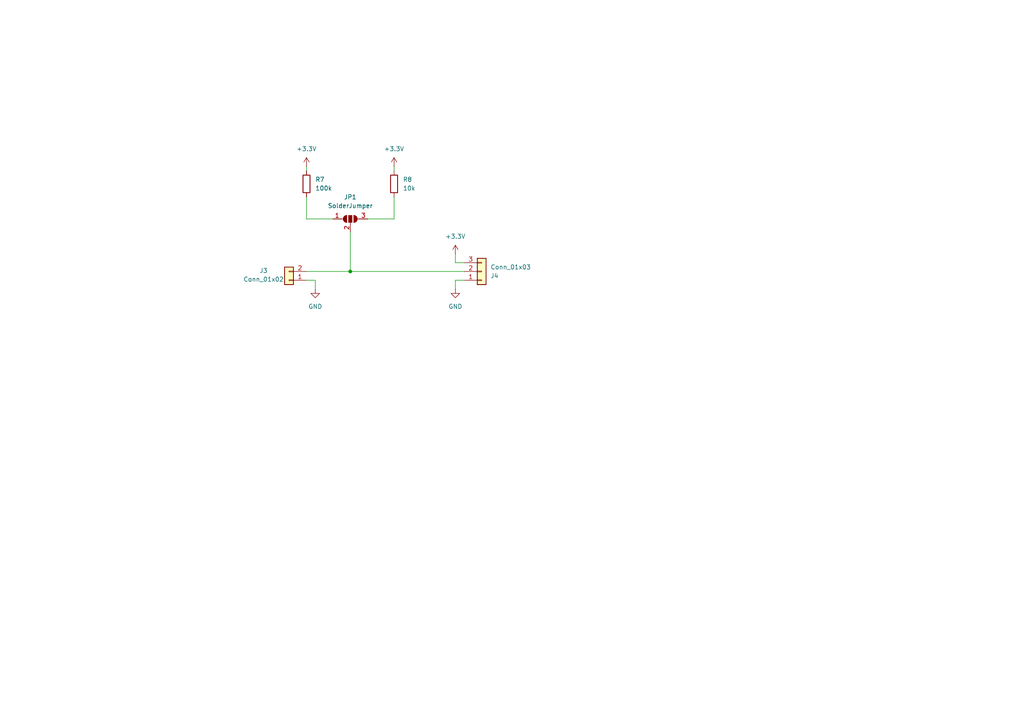
<source format=kicad_sch>
(kicad_sch (version 20250114) (generator "eeschema") (generator_version "9.0")
  (paper "A4")
  (lib_symbols
    (symbol "Connector_Generic:Conn_01x02" (pin_names (offset 1.016) (hide yes))
      (property "Reference" "J" (at 0 2.54 0))
      (property "Value" "Conn_01x02" (at 0 -5.08 0))
      (symbol "Conn_01x02_1_1"
        (rectangle (start -1.27 1.27) (end 1.27 -3.81) (stroke (width 0.254)) (fill (type background)))
        (rectangle (start -1.27 0.127) (end 0 -0.127) (stroke (width 0.1524)))
        (rectangle (start -1.27 -2.413) (end 0 -2.667) (stroke (width 0.1524)))
        (pin passive line (at -5.08 0 0) (length 3.81) (name "Pin_1") (number "1"))
        (pin passive line (at -5.08 -2.54 0) (length 3.81) (name "Pin_2") (number "2"))
      )
    )
    (symbol "Connector_Generic:Conn_01x03" (pin_names (offset 1.016) (hide yes))
      (property "Reference" "J" (at 0 5.08 0))
      (property "Value" "Conn_01x03" (at 0 -5.08 0))
      (symbol "Conn_01x03_1_1"
        (rectangle (start -1.27 3.81) (end 1.27 -3.81) (stroke (width 0.254)) (fill (type background)))
        (rectangle (start -1.27 2.667) (end 0 2.413) (stroke (width 0.1524)))
        (rectangle (start -1.27 0.127) (end 0 -0.127) (stroke (width 0.1524)))
        (rectangle (start -1.27 -2.413) (end 0 -2.667) (stroke (width 0.1524)))
        (pin passive line (at -5.08 2.54 0) (length 3.81) (name "Pin_1") (number "1"))
        (pin passive line (at -5.08 0 0) (length 3.81) (name "Pin_2") (number "2"))
        (pin passive line (at -5.08 -2.54 0) (length 3.81) (name "Pin_3") (number "3"))
      )
    )
    (symbol "Device:R" (pin_numbers (hide yes)) (pin_names (offset 0))
      (property "Reference" "R" (at 2.032 0 90))
      (property "Value" "R" (at 0 0 90))
      (symbol "R_0_1"
        (rectangle (start -1.016 -2.54) (end 1.016 2.54) (stroke (width 0.254)))
      )
      (symbol "R_1_1"
        (pin passive line (at 0 3.81 270) (length 1.27) (name "~") (number "1"))
        (pin passive line (at 0 -3.81 90) (length 1.27) (name "~") (number "2"))
      )
    )
    (symbol "Jumper:SolderJumper_3_Open" (pin_names (offset 0) (hide yes)) (in_bom no)
      (property "Reference" "JP" (at -2.54 -2.54 0))
      (property "Value" "SolderJumper_3_Open" (at 0 2.794 0))
      (symbol "SolderJumper_3_Open_0_1"
        (polyline (pts (xy -2.54 0) (xy -2.032 0)))
        (polyline (pts (xy -1.016 1.016) (xy -1.016 -1.016)))
        (arc (start -1.016 -1.016) (mid -2.0276 0) (end -1.016 1.016))
        (arc (start -1.016 -1.016) (mid -2.0276 0) (end -1.016 1.016) (fill (type outline)))
        (rectangle (start -0.508 1.016) (end 0.508 -1.016) (fill (type outline)))
        (polyline (pts (xy 0 -1.27) (xy 0 -1.016)))
        (arc (start 1.016 1.016) (mid 2.0276 0) (end 1.016 -1.016))
        (arc (start 1.016 1.016) (mid 2.0276 0) (end 1.016 -1.016) (fill (type outline)))
        (polyline (pts (xy 1.016 1.016) (xy 1.016 -1.016)))
        (polyline (pts (xy 2.54 0) (xy 2.032 0)))
      )
      (symbol "SolderJumper_3_Open_1_1"
        (pin passive line (at -5.08 0 0) (length 2.54) (name "A") (number "1"))
        (pin passive line (at 0 -3.81 90) (length 2.54) (name "C") (number "2"))
        (pin passive line (at 5.08 0 180) (length 2.54) (name "B") (number "3"))
      )
    )
    (symbol "power:+3.3V" (power) (pin_numbers (hide yes)) (pin_names (offset 0) (hide yes))
      (property "Value" "+3.3V" (at 0 3.556 0))
      (symbol "+3.3V_0_1"
        (polyline (pts (xy -0.762 1.27) (xy 0 2.54)))
        (polyline (pts (xy 0 2.54) (xy 0.762 1.27)))
        (polyline (pts (xy 0 0) (xy 0 2.54)))
      )
      (symbol "+3.3V_1_1"
        (pin power_in line (at 0 0 90) (length 0) (name "~") (number "1"))
      )
    )
    (symbol "power:GND" (power) (pin_numbers (hide yes)) (pin_names (offset 0) (hide yes))
      (property "Value" "GND" (at 0 -3.81 0))
      (symbol "GND_0_1"
        (polyline (pts (xy 0 0) (xy 0 -1.27) (xy 1.27 -1.27) (xy 0 -2.54) (xy -1.27 -1.27) (xy 0 -1.27)))
      )
      (symbol "GND_1_1"
        (pin power_in line (at 0 0 270) (length 0) (name "~") (number "1"))
      )
    )
  )
  (junction (at 101.6 78.74))
  (wire (pts (xy 101.6 67.31) (xy 101.6 78.74)))
  (wire (pts (xy 101.6 78.74) (xy 134.62 78.74)))
  (wire (pts (xy 114.3 48.26) (xy 114.3 49.53)))
  (wire (pts (xy 114.3 63.5) (xy 106.68 63.5)))
  (wire (pts (xy 88.9 57.15) (xy 88.9 63.5)))
  (wire (pts (xy 132.08 81.28) (xy 134.62 81.28)))
  (wire (pts (xy 132.08 73.66) (xy 132.08 76.2)))
  (wire (pts (xy 91.44 81.28) (xy 91.44 83.82)))
  (wire (pts (xy 114.3 57.15) (xy 114.3 63.5)))
  (wire (pts (xy 88.9 81.28) (xy 91.44 81.28)))
  (wire (pts (xy 88.9 63.5) (xy 96.52 63.5)))
  (wire (pts (xy 88.9 48.26) (xy 88.9 49.53)))
  (wire (pts (xy 132.08 76.2) (xy 134.62 76.2)))
  (wire (pts (xy 132.08 83.82) (xy 132.08 81.28)))
  (wire (pts (xy 101.6 78.74) (xy 88.9 78.74)))
  (symbol (lib_id "power:+3.3V") (at 114.3 48.26 0) (unit 1)
    (property "Reference" "#PWR014" (effects (hide yes)))
    (property "Value" "+3.3V" (at 114.3 43.18 0))
    (property "Description" "Power symbol creates a global label with name \"+3.3V\"" (effects (hide yes)))
  )
  (symbol (lib_id "Device:R") (at 88.9 53.34 0) (unit 1)
    (property "Reference" "R7" (at 91.44 52.0699 0) (effects (justify left)))
    (property "Value" "100k" (at 91.44 54.6099 0) (effects (justify left)))
    (property "Footprint" "Resistor_SMD:R_0603_1608Metric" (effects (hide yes)))
    (property "Description" "Resistor" (effects (hide yes)))
  )
  (symbol (lib_id "Device:R") (at 114.3 53.34 0) (unit 1)
    (property "Reference" "R8" (at 116.84 52.0699 0) (effects (justify left)))
    (property "Value" "10k" (at 116.84 54.6099 0) (effects (justify left)))
    (property "Footprint" "Resistor_SMD:R_0603_1608Metric" (effects (hide yes)))
    (property "Description" "Resistor" (effects (hide yes)))
  )
  (symbol (lib_id "Connector_Generic:Conn_01x03") (at 139.7 78.74 0) (mirror x) (unit 1)
    (property "Reference" "J4" (at 142.24 80.0101 0) (effects (justify left)))
    (property "Value" "Conn_01x03" (at 142.24 77.4701 0) (effects (justify left)))
    (property "Footprint" "Connector_PinHeader_2.54mm:PinHeader_1x03_P2.54mm_Vertical" (effects (hide yes)))
    (property "Description" "Generic connector, single row, 01x03, script generated (kicad-library-utils/schlib/autogen/connector/)" (effects (hide yes)))
  )
  (symbol (lib_id "power:+3.3V") (at 88.9 48.26 0) (unit 1)
    (property "Reference" "#PWR013" (effects (hide yes)))
    (property "Value" "+3.3V" (at 88.9 43.18 0))
    (property "Description" "Power symbol creates a global label with name \"+3.3V\"" (effects (hide yes)))
  )
  (symbol (lib_id "Connector_Generic:Conn_01x02") (at 83.82 81.28 180) (unit 1)
    (property "Reference" "J3" (at 76.454 78.486 0))
    (property "Value" "Conn_01x02" (at 76.454 81.026 0))
    (property "Footprint" "Connector_PinHeader_2.54mm:PinHeader_1x02_P2.54mm_Vertical" (effects (hide yes)))
    (property "Description" "Generic connector, single row, 01x02, script generated (kicad-library-utils/schlib/autogen/connector/)" (effects (hide yes)))
  )
  (symbol (lib_id "power:GND") (at 132.08 83.82 0) (unit 1)
    (property "Reference" "#PWR018" (effects (hide yes)))
    (property "Value" "GND" (at 132.08 88.9 0))
    (property "Description" "Power symbol creates a global label with name \"GND\" , ground" (effects (hide yes)))
  )
  (symbol (lib_id "power:+3.3V") (at 132.08 73.66 0) (unit 1)
    (property "Reference" "#PWR017" (effects (hide yes)))
    (property "Value" "+3.3V" (at 132.08 68.58 0))
    (property "Description" "Power symbol creates a global label with name \"+3.3V\"" (effects (hide yes)))
  )
  (symbol (lib_id "Jumper:SolderJumper_3_Open") (at 101.6 63.5 0) (unit 1) (in_bom no)
    (property "Reference" "JP1" (at 101.6 57.15 0))
    (property "Value" "SolderJumper" (at 101.6 59.69 0))
    (property "Footprint" "Jumper:SolderJumper-3_P1.3mm_Open_RoundedPad1.0x1.5mm_NumberLabels" (effects (hide yes)))
    (property "Description" "Solder Jumper, 3-pole, open" (effects (hide yes)))
  )
  (symbol (lib_id "power:GND") (at 91.44 83.82 0) (unit 1)
    (property "Reference" "#PWR012" (effects (hide yes)))
    (property "Value" "GND" (at 91.44 88.9 0))
    (property "Description" "Power symbol creates a global label with name \"GND\" , ground" (effects (hide yes)))
  )
)
</source>
